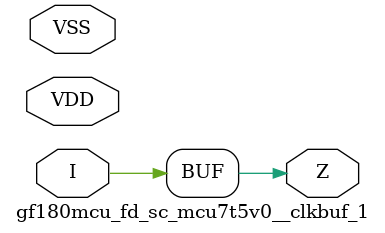
<source format=v>

module gf180mcu_fd_sc_mcu7t5v0__clkbuf_1( I, Z, VDD, VSS );
input I;
inout VDD, VSS;
output Z;

	buf MGM_BG_0( Z, I );

endmodule

</source>
